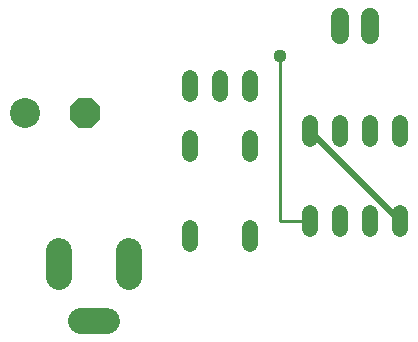
<source format=gbl>
G75*
G70*
%OFA0B0*%
%FSLAX24Y24*%
%IPPOS*%
%LPD*%
%AMOC8*
5,1,8,0,0,1.08239X$1,22.5*
%
%ADD10C,0.0520*%
%ADD11C,0.1000*%
%ADD12OC8,0.1000*%
%ADD13C,0.0860*%
%ADD14C,0.0600*%
%ADD15C,0.0100*%
%ADD16C,0.0440*%
%ADD17C,0.0240*%
D10*
X007601Y003492D02*
X007601Y004012D01*
X009601Y004012D02*
X009601Y003492D01*
X011601Y003992D02*
X011601Y004512D01*
X012601Y004512D02*
X012601Y003992D01*
X013601Y003992D02*
X013601Y004512D01*
X014601Y004512D02*
X014601Y003992D01*
X014601Y006992D02*
X014601Y007512D01*
X013601Y007512D02*
X013601Y006992D01*
X012601Y006992D02*
X012601Y007512D01*
X011601Y007512D02*
X011601Y006992D01*
X009601Y007012D02*
X009601Y006492D01*
X007601Y006492D02*
X007601Y007012D01*
X007601Y008492D02*
X007601Y009012D01*
X008601Y009012D02*
X008601Y008492D01*
X009601Y008492D02*
X009601Y009012D01*
D11*
X002101Y007852D03*
D12*
X004101Y007852D03*
D13*
X003220Y003232D02*
X003220Y002372D01*
X003971Y000912D02*
X004831Y000912D01*
X005582Y002372D02*
X005582Y003232D01*
D14*
X012601Y010452D02*
X012601Y011052D01*
X013601Y011052D02*
X013601Y010452D01*
D15*
X010601Y009752D02*
X010601Y004252D01*
X011601Y004252D01*
D16*
X010601Y009752D03*
D17*
X011601Y007252D02*
X014601Y004252D01*
M02*

</source>
